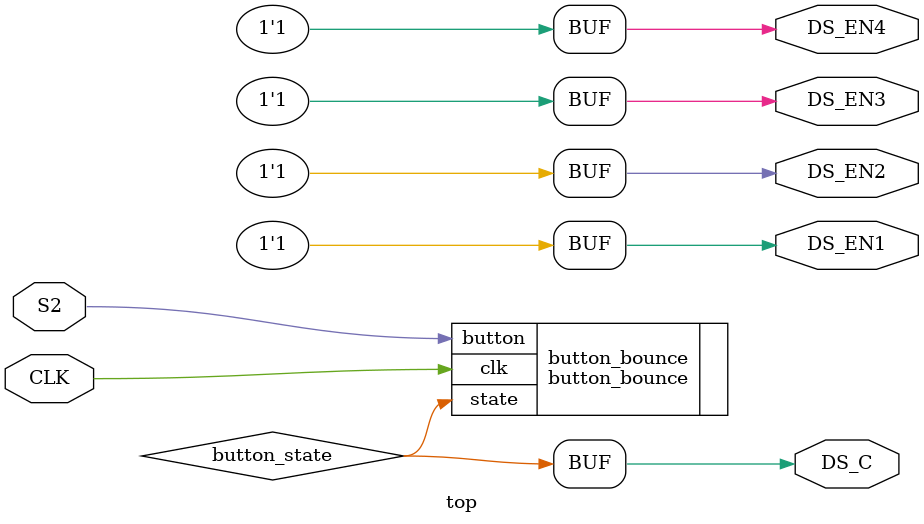
<source format=v>
module top(
    input CLK,
	 input S2,

    output DS_C,
	 output DS_EN1, DS_EN2, DS_EN3, DS_EN4
);

assign {DS_EN1, DS_EN2, DS_EN3, DS_EN4} = 4'b1111;

button_bounce button_bounce(.clk(CLK), .button(S2), .state(button_state));

assign DS_C = button_state;

endmodule




</source>
